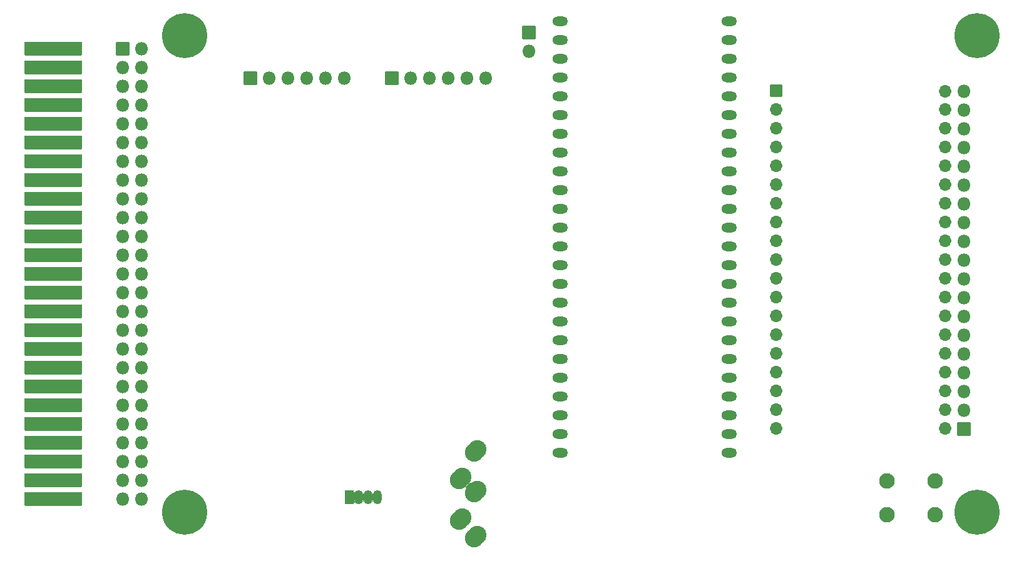
<source format=gbr>
%TF.GenerationSoftware,KiCad,Pcbnew,(6.0.11)*%
%TF.CreationDate,2023-06-18T20:13:55-07:00*%
%TF.ProjectId,TRS-IO-M3,5452532d-494f-42d4-9d33-2e6b69636164,rev?*%
%TF.SameCoordinates,Original*%
%TF.FileFunction,Soldermask,Bot*%
%TF.FilePolarity,Negative*%
%FSLAX46Y46*%
G04 Gerber Fmt 4.6, Leading zero omitted, Abs format (unit mm)*
G04 Created by KiCad (PCBNEW (6.0.11)) date 2023-06-18 20:13:55*
%MOMM*%
%LPD*%
G01*
G04 APERTURE LIST*
G04 Aperture macros list*
%AMRoundRect*
0 Rectangle with rounded corners*
0 $1 Rounding radius*
0 $2 $3 $4 $5 $6 $7 $8 $9 X,Y pos of 4 corners*
0 Add a 4 corners polygon primitive as box body*
4,1,4,$2,$3,$4,$5,$6,$7,$8,$9,$2,$3,0*
0 Add four circle primitives for the rounded corners*
1,1,$1+$1,$2,$3*
1,1,$1+$1,$4,$5*
1,1,$1+$1,$6,$7*
1,1,$1+$1,$8,$9*
0 Add four rect primitives between the rounded corners*
20,1,$1+$1,$2,$3,$4,$5,0*
20,1,$1+$1,$4,$5,$6,$7,0*
20,1,$1+$1,$6,$7,$8,$9,0*
20,1,$1+$1,$8,$9,$2,$3,0*%
%AMHorizOval*
0 Thick line with rounded ends*
0 $1 width*
0 $2 $3 position (X,Y) of the first rounded end (center of the circle)*
0 $4 $5 position (X,Y) of the second rounded end (center of the circle)*
0 Add line between two ends*
20,1,$1,$2,$3,$4,$5,0*
0 Add two circle primitives to create the rounded ends*
1,1,$1,$2,$3*
1,1,$1,$4,$5*%
G04 Aperture macros list end*
%ADD10C,6.102000*%
%ADD11C,0.902000*%
%ADD12RoundRect,0.051000X0.850000X-0.850000X0.850000X0.850000X-0.850000X0.850000X-0.850000X-0.850000X0*%
%ADD13O,1.802000X1.802000*%
%ADD14O,2.102000X1.302000*%
%ADD15HorizOval,2.502000X-0.212132X-0.212132X0.212132X0.212132X0*%
%ADD16RoundRect,0.051000X-0.850000X-0.850000X0.850000X-0.850000X0.850000X0.850000X-0.850000X0.850000X0*%
%ADD17RoundRect,0.051000X-0.800000X-0.800000X0.800000X-0.800000X0.800000X0.800000X-0.800000X0.800000X0*%
%ADD18O,1.702000X1.702000*%
%ADD19RoundRect,0.051000X3.810000X-0.889000X3.810000X0.889000X-3.810000X0.889000X-3.810000X-0.889000X0*%
%ADD20RoundRect,0.051000X-0.535000X-0.900000X0.535000X-0.900000X0.535000X0.900000X-0.535000X0.900000X0*%
%ADD21O,1.172000X1.902000*%
%ADD22C,2.102000*%
%ADD23RoundRect,0.051000X0.850000X0.850000X-0.850000X0.850000X-0.850000X-0.850000X0.850000X-0.850000X0*%
G04 APERTURE END LIST*
D10*
%TO.C,H1*%
X124714000Y-60960000D03*
D11*
X126304990Y-62550990D03*
X123123010Y-59369010D03*
X126964000Y-60960000D03*
X124714000Y-58710000D03*
X122464000Y-60960000D03*
X124714000Y-63210000D03*
X126304990Y-59369010D03*
X123123010Y-62550990D03*
%TD*%
%TO.C,H2*%
X233540990Y-62550990D03*
X234200000Y-60960000D03*
D10*
X231950000Y-60960000D03*
D11*
X229700000Y-60960000D03*
X230359010Y-62550990D03*
X230359010Y-59369010D03*
X233540990Y-59369010D03*
X231950000Y-63210000D03*
X231950000Y-58710000D03*
%TD*%
%TO.C,H3*%
X126964000Y-125476000D03*
X124714000Y-127726000D03*
X126304990Y-123885010D03*
X123123010Y-127066990D03*
D10*
X124714000Y-125476000D03*
D11*
X122464000Y-125476000D03*
X124714000Y-123226000D03*
X126304990Y-127066990D03*
X123123010Y-123885010D03*
%TD*%
%TO.C,H4*%
X233540990Y-123885010D03*
X229700000Y-125476000D03*
X233540990Y-127066990D03*
X231950000Y-127726000D03*
X230359010Y-123885010D03*
X234200000Y-125476000D03*
X231950000Y-123226000D03*
X230359010Y-127066990D03*
D10*
X231950000Y-125476000D03*
%TD*%
D12*
%TO.C,J5*%
X133600000Y-66675000D03*
D13*
X136140000Y-66675000D03*
X138680000Y-66675000D03*
X141220000Y-66675000D03*
X143760000Y-66675000D03*
X146300000Y-66675000D03*
%TD*%
D14*
%TO.C,U5*%
X175520000Y-58985000D03*
X175520000Y-61525000D03*
X175520000Y-64065000D03*
X175520000Y-66605000D03*
X175520000Y-69145000D03*
X175520000Y-71685000D03*
X175520000Y-74225000D03*
X175520000Y-76765000D03*
X175520000Y-79305000D03*
X175520000Y-81845000D03*
X175520000Y-84385000D03*
X175520000Y-86925000D03*
X175520000Y-89465000D03*
X175520000Y-92005000D03*
X175520000Y-94545000D03*
X175520000Y-97085000D03*
X175520000Y-99625000D03*
X175520000Y-102165000D03*
X175520000Y-104705000D03*
X175520000Y-107245000D03*
X175520000Y-109785000D03*
X175520000Y-112325000D03*
X175520000Y-114865000D03*
X175520000Y-117405000D03*
X198420000Y-117405000D03*
X198420000Y-114865000D03*
X198420000Y-112325000D03*
X198420000Y-109785000D03*
X198420000Y-107245000D03*
X198420000Y-104705000D03*
X198420000Y-102165000D03*
X198420000Y-99625000D03*
X198420000Y-97085000D03*
X198420000Y-94545000D03*
X198420000Y-92005000D03*
X198420000Y-89465000D03*
X198420000Y-86925000D03*
X198420000Y-84385000D03*
X198420000Y-81845000D03*
X198420000Y-79305000D03*
X198420000Y-76765000D03*
X198420000Y-74225000D03*
X198420000Y-71685000D03*
X198420000Y-69145000D03*
X198420000Y-66605000D03*
X198420000Y-64065000D03*
X198420000Y-61525000D03*
X198420000Y-58985000D03*
%TD*%
D15*
%TO.C,J7*%
X162084000Y-120878000D03*
X164084000Y-122678000D03*
X164084000Y-128778000D03*
X162084000Y-126378000D03*
X164084000Y-117178000D03*
%TD*%
D16*
%TO.C,J4*%
X171300000Y-60475000D03*
D13*
X171300000Y-63015000D03*
%TD*%
D17*
%TO.C,U6*%
X204750000Y-68400000D03*
D18*
X204750000Y-70940000D03*
X204750000Y-73480000D03*
X204750000Y-76020000D03*
X204750000Y-78560000D03*
X204750000Y-81100000D03*
X204750000Y-83640000D03*
X204750000Y-86180000D03*
X204750000Y-88720000D03*
X204750000Y-91260000D03*
X204750000Y-93800000D03*
X204750000Y-96340000D03*
X204750000Y-98880000D03*
X204750000Y-101420000D03*
X204750000Y-103960000D03*
X204750000Y-106500000D03*
X204750000Y-109040000D03*
X204750000Y-111580000D03*
X204750000Y-114120000D03*
X227610000Y-114120000D03*
X227610000Y-111580000D03*
X227610000Y-109040000D03*
X227610000Y-106500000D03*
X227610000Y-103960000D03*
X227610000Y-101420000D03*
X227610000Y-98880000D03*
X227610000Y-96340000D03*
X227610000Y-93800000D03*
X227610000Y-91260000D03*
X227610000Y-88720000D03*
X227610000Y-86180000D03*
X227610000Y-83640000D03*
X227610000Y-81100000D03*
X227610000Y-78560000D03*
X227610000Y-76020000D03*
X227610000Y-73480000D03*
X227610000Y-70940000D03*
X227610000Y-68463500D03*
%TD*%
D19*
%TO.C,J1*%
X106934000Y-123698000D03*
X106934000Y-121158000D03*
X106934000Y-118618000D03*
X106934000Y-116078000D03*
X106934000Y-113538000D03*
X106934000Y-110998000D03*
X106934000Y-108458000D03*
X106934000Y-105918000D03*
X106934000Y-103378000D03*
X106934000Y-100838000D03*
X106934000Y-98298000D03*
X106934000Y-95758000D03*
X106934000Y-93218000D03*
X106934000Y-90678000D03*
X106934000Y-88138000D03*
X106934000Y-85598000D03*
X106934000Y-83058000D03*
X106934000Y-80518000D03*
X106934000Y-77978000D03*
X106934000Y-75438000D03*
X106934000Y-72898000D03*
X106934000Y-70358000D03*
X106934000Y-67818000D03*
X106934000Y-65278000D03*
X106934000Y-62738000D03*
%TD*%
D12*
%TO.C,J6*%
X152800000Y-66675000D03*
D13*
X155340000Y-66675000D03*
X157880000Y-66675000D03*
X160420000Y-66675000D03*
X162960000Y-66675000D03*
X165500000Y-66675000D03*
%TD*%
D20*
%TO.C,D1*%
X147045600Y-123444000D03*
D21*
X148315600Y-123444000D03*
X149585600Y-123444000D03*
X150855600Y-123444000D03*
%TD*%
D13*
%TO.C,J2*%
X118867000Y-123703000D03*
X116327000Y-123703000D03*
X118867000Y-121163000D03*
X116327000Y-121163000D03*
X118867000Y-118623000D03*
X116327000Y-118623000D03*
X118867000Y-116083000D03*
X116327000Y-116083000D03*
X118867000Y-113543000D03*
X116327000Y-113543000D03*
X118867000Y-111003000D03*
X116327000Y-111003000D03*
X118867000Y-108463000D03*
X116327000Y-108463000D03*
X118867000Y-105923000D03*
X116327000Y-105923000D03*
X118867000Y-103383000D03*
X116327000Y-103383000D03*
X118867000Y-100843000D03*
X116327000Y-100843000D03*
X118867000Y-98303000D03*
X116327000Y-98303000D03*
X118867000Y-95763000D03*
X116327000Y-95763000D03*
X118867000Y-93223000D03*
X116327000Y-93223000D03*
X118867000Y-90683000D03*
X116327000Y-90683000D03*
X118867000Y-88143000D03*
X116327000Y-88143000D03*
X118867000Y-85603000D03*
X116327000Y-85603000D03*
X118867000Y-83063000D03*
X116327000Y-83063000D03*
X118867000Y-80523000D03*
X116327000Y-80523000D03*
X118867000Y-77983000D03*
X116327000Y-77983000D03*
X118867000Y-75443000D03*
X116327000Y-75443000D03*
X118867000Y-72903000D03*
X116327000Y-72903000D03*
X118867000Y-70363000D03*
X116327000Y-70363000D03*
X118867000Y-67823000D03*
X116327000Y-67823000D03*
X118867000Y-65283000D03*
X116327000Y-65283000D03*
X118867000Y-62743000D03*
D16*
X116327000Y-62743000D03*
%TD*%
D22*
%TO.C,SW1*%
X226250000Y-125750000D03*
X219750000Y-125750000D03*
X226250000Y-121250000D03*
X219750000Y-121250000D03*
%TD*%
D23*
%TO.C,J3*%
X230150000Y-114150000D03*
D13*
X230150000Y-111610000D03*
X230150000Y-109070000D03*
X230150000Y-106530000D03*
X230150000Y-103990000D03*
X230150000Y-101450000D03*
X230150000Y-98910000D03*
X230150000Y-96370000D03*
X230150000Y-93830000D03*
X230150000Y-91290000D03*
X230150000Y-88750000D03*
X230150000Y-86210000D03*
X230150000Y-83670000D03*
X230150000Y-81130000D03*
X230150000Y-78590000D03*
X230150000Y-76050000D03*
X230150000Y-73510000D03*
X230150000Y-70970000D03*
X230150000Y-68430000D03*
%TD*%
G36*
X147633519Y-122646267D02*
G01*
X147653195Y-122713279D01*
X147705538Y-122758634D01*
X147774091Y-122768491D01*
X147837247Y-122739648D01*
X147857302Y-122717450D01*
X147879159Y-122686350D01*
X147879480Y-122685993D01*
X147888237Y-122678354D01*
X147890200Y-122677969D01*
X147891515Y-122679476D01*
X147891139Y-122681079D01*
X147809855Y-122787010D01*
X147751516Y-122927854D01*
X147731600Y-123079132D01*
X147731600Y-123808868D01*
X147751516Y-123960146D01*
X147809855Y-124100990D01*
X147889246Y-124204455D01*
X147889507Y-124206438D01*
X147887920Y-124207656D01*
X147886328Y-124207166D01*
X147875390Y-124197420D01*
X147875073Y-124197060D01*
X147858128Y-124172406D01*
X147804178Y-124128506D01*
X147735350Y-124120775D01*
X147673271Y-124151481D01*
X147637562Y-124211018D01*
X147633584Y-124242092D01*
X147632372Y-124243683D01*
X147630388Y-124243429D01*
X147629600Y-124241838D01*
X147629600Y-122646830D01*
X147630600Y-122645098D01*
X147632600Y-122645098D01*
X147633519Y-122646267D01*
G37*
G36*
X149074959Y-122797141D02*
G01*
X149074993Y-122798748D01*
X149021516Y-122927854D01*
X149001600Y-123079132D01*
X149001600Y-123808868D01*
X149021516Y-123960146D01*
X149073804Y-124086380D01*
X149073543Y-124088363D01*
X149071695Y-124089128D01*
X149070308Y-124088278D01*
X149057593Y-124069778D01*
X149057066Y-124069820D01*
X149056330Y-124069220D01*
X149023464Y-124025704D01*
X148958469Y-124001778D01*
X148890859Y-124016789D01*
X148841929Y-124066137D01*
X148835603Y-124079800D01*
X148833104Y-124086209D01*
X148832877Y-124086633D01*
X148829691Y-124091167D01*
X148827877Y-124092009D01*
X148826241Y-124090859D01*
X148826207Y-124089252D01*
X148879684Y-123960146D01*
X148899600Y-123808868D01*
X148899600Y-123079132D01*
X148879684Y-122927854D01*
X148827396Y-122801620D01*
X148827657Y-122799637D01*
X148829505Y-122798872D01*
X148830892Y-122799722D01*
X148843607Y-122818222D01*
X148844134Y-122818180D01*
X148844870Y-122818780D01*
X148877736Y-122862296D01*
X148942731Y-122886222D01*
X149010341Y-122871211D01*
X149059271Y-122821863D01*
X149065597Y-122808200D01*
X149068096Y-122801791D01*
X149068323Y-122801367D01*
X149071509Y-122796833D01*
X149073323Y-122795991D01*
X149074959Y-122797141D01*
G37*
G36*
X150344959Y-122797141D02*
G01*
X150344993Y-122798748D01*
X150291516Y-122927854D01*
X150271600Y-123079132D01*
X150271600Y-123808868D01*
X150291516Y-123960146D01*
X150343804Y-124086380D01*
X150343543Y-124088363D01*
X150341695Y-124089128D01*
X150340308Y-124088278D01*
X150327593Y-124069778D01*
X150327066Y-124069820D01*
X150326330Y-124069220D01*
X150293464Y-124025704D01*
X150228469Y-124001778D01*
X150160859Y-124016789D01*
X150111929Y-124066137D01*
X150105603Y-124079800D01*
X150103104Y-124086209D01*
X150102877Y-124086633D01*
X150099691Y-124091167D01*
X150097877Y-124092009D01*
X150096241Y-124090859D01*
X150096207Y-124089252D01*
X150149684Y-123960146D01*
X150169600Y-123808868D01*
X150169600Y-123079132D01*
X150149684Y-122927854D01*
X150097396Y-122801620D01*
X150097657Y-122799637D01*
X150099505Y-122798872D01*
X150100892Y-122799722D01*
X150113607Y-122818222D01*
X150114134Y-122818180D01*
X150114870Y-122818780D01*
X150147736Y-122862296D01*
X150212731Y-122886222D01*
X150280341Y-122871211D01*
X150329271Y-122821863D01*
X150335597Y-122808200D01*
X150338096Y-122801791D01*
X150338323Y-122801367D01*
X150341509Y-122796833D01*
X150343323Y-122795991D01*
X150344959Y-122797141D01*
G37*
G36*
X163367960Y-121303711D02*
G01*
X163368173Y-121305207D01*
X163351340Y-121372290D01*
X163373477Y-121437914D01*
X163427580Y-121481153D01*
X163496549Y-121488286D01*
X163536581Y-121471618D01*
X163538565Y-121471875D01*
X163539333Y-121473721D01*
X163538448Y-121475136D01*
X163520292Y-121487062D01*
X163412917Y-121582729D01*
X162988755Y-122006891D01*
X162846259Y-122177315D01*
X162803503Y-122252274D01*
X162801776Y-122253283D01*
X162800039Y-122252292D01*
X162799826Y-122250796D01*
X162816659Y-122183711D01*
X162794523Y-122118087D01*
X162740420Y-122074848D01*
X162671451Y-122067715D01*
X162631416Y-122084384D01*
X162629432Y-122084127D01*
X162628664Y-122082281D01*
X162629549Y-122080866D01*
X162647708Y-122068938D01*
X162755083Y-121973271D01*
X163179245Y-121549109D01*
X163321741Y-121378685D01*
X163364496Y-121303729D01*
X163366223Y-121302720D01*
X163367960Y-121303711D01*
G37*
M02*

</source>
